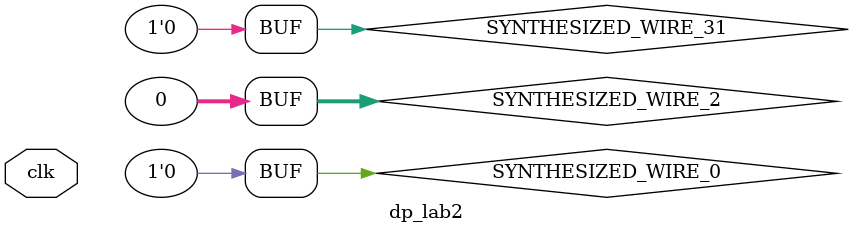
<source format=v>


module dp_lab2(
	clk
);


input wire	clk;

wire	[31:0] inst;
wire	[1:0] RegSrc;
wire	SYNTHESIZED_WIRE_0;
wire	[31:0] SYNTHESIZED_WIRE_1;
wire	[0:31] SYNTHESIZED_WIRE_2;
wire	[31:0] SYNTHESIZED_WIRE_40;
wire	SYNTHESIZED_WIRE_4;
wire	[31:0] SYNTHESIZED_WIRE_41;
wire	[31:0] SYNTHESIZED_WIRE_6;
wire	SYNTHESIZED_WIRE_7;
wire	[31:0] SYNTHESIZED_WIRE_8;
wire	[31:0] SYNTHESIZED_WIRE_9;
wire	[3:0] SYNTHESIZED_WIRE_10;
wire	SYNTHESIZED_WIRE_11;
wire	[31:0] SYNTHESIZED_WIRE_42;
wire	[31:0] SYNTHESIZED_WIRE_15;
wire	SYNTHESIZED_WIRE_16;
wire	[31:0] SYNTHESIZED_WIRE_43;
wire	SYNTHESIZED_WIRE_19;
wire	[31:0] SYNTHESIZED_WIRE_20;
wire	[31:0] SYNTHESIZED_WIRE_44;
wire	SYNTHESIZED_WIRE_22;
wire	SYNTHESIZED_WIRE_23;
wire	SYNTHESIZED_WIRE_24;
wire	SYNTHESIZED_WIRE_25;
wire	[31:0] SYNTHESIZED_WIRE_45;
wire	[31:0] SYNTHESIZED_WIRE_28;
wire	[1:0] SYNTHESIZED_WIRE_29;
wire	SYNTHESIZED_WIRE_30;
wire	SYNTHESIZED_WIRE_31;
wire	[3:0] SYNTHESIZED_WIRE_32;
wire	[3:0] SYNTHESIZED_WIRE_33;
wire	[31:0] SYNTHESIZED_WIRE_34;
wire	[31:0] SYNTHESIZED_WIRE_35;
wire	SYNTHESIZED_WIRE_38;
wire	[3:0] SYNTHESIZED_WIRE_39;

assign	SYNTHESIZED_WIRE_0 = 0;
assign	SYNTHESIZED_WIRE_2 = 0;
assign	SYNTHESIZED_WIRE_31 = 0;




program_counter	b2v_inst1(
	.clk(clk),
	.reset_synchronous(SYNTHESIZED_WIRE_0),
	.inp_reg(SYNTHESIZED_WIRE_1),
	.out_reg(SYNTHESIZED_WIRE_45));
	defparam	b2v_inst1.W = 32;


multiplexer2to1	b2v_inst10(
	.inp_mux0(inst[3:0]),
	.inp_mux1(inst[15:12]),
	.select(RegSrc[1]),
	.out_mux(SYNTHESIZED_WIRE_33));
	defparam	b2v_inst10.W = 4;


constant_value_generator	b2v_inst11(
	.outVal(SYNTHESIZED_WIRE_39));
	defparam	b2v_inst11.value = 15;
	defparam	b2v_inst11.W = 4;


multiplexer2to1	b2v_inst12(
	.inp_mux0(SYNTHESIZED_WIRE_2),
	.inp_mux1(SYNTHESIZED_WIRE_40),
	.select(SYNTHESIZED_WIRE_4),
	.out_mux(SYNTHESIZED_WIRE_8));
	defparam	b2v_inst12.W = 32;



multiplexer2to1	b2v_inst14(
	.inp_mux0(SYNTHESIZED_WIRE_41),
	.inp_mux1(SYNTHESIZED_WIRE_6),
	.select(SYNTHESIZED_WIRE_7),
	.out_mux(SYNTHESIZED_WIRE_9));
	defparam	b2v_inst14.W = 32;


ALU	b2v_inst15(
	
	.inp_src0(SYNTHESIZED_WIRE_8),
	.inp_src1(SYNTHESIZED_WIRE_9),
	.operation_select(SYNTHESIZED_WIRE_10),
	.carry_out_flag(SYNTHESIZED_WIRE_22),
	.overflow_flag(SYNTHESIZED_WIRE_23),
	.negative_flag(SYNTHESIZED_WIRE_24),
	.zero_flag(SYNTHESIZED_WIRE_25),
	.out_alu(SYNTHESIZED_WIRE_42));
	defparam	b2v_inst15.WIDTH = 32;


data_memory	b2v_inst16(
	.clk(clk),
	.write_enable(SYNTHESIZED_WIRE_11),
	.inp_address(SYNTHESIZED_WIRE_42),
	.inp_data(SYNTHESIZED_WIRE_41),
	.out_read_data(SYNTHESIZED_WIRE_15));
	defparam	b2v_inst16.Addr_W = 32;
	defparam	b2v_inst16.byte_W = 4;


multiplexer2to1	b2v_inst17(
	.inp_mux0(SYNTHESIZED_WIRE_42),
	.inp_mux1(SYNTHESIZED_WIRE_15),
	.select(SYNTHESIZED_WIRE_16),
	.out_mux(SYNTHESIZED_WIRE_43));
	defparam	b2v_inst17.W = 32;


multiplexer2to1	b2v_inst19(
	.inp_mux0(SYNTHESIZED_WIRE_43),
	.inp_mux1(SYNTHESIZED_WIRE_40),
	.select(SYNTHESIZED_WIRE_19),
	.out_mux(SYNTHESIZED_WIRE_34));
	defparam	b2v_inst19.W = 32;


adder	b2v_inst2(
	.inp_adder_data_0(SYNTHESIZED_WIRE_20),
	.inp_adder_data_1(SYNTHESIZED_WIRE_44),
	.out_adder(SYNTHESIZED_WIRE_35));
	defparam	b2v_inst2.W = 32;


controller	b2v_inst20(
	.clk(clk),
	.carry_out_flag(SYNTHESIZED_WIRE_22),
	.overflow_flag(SYNTHESIZED_WIRE_23),
	.negative_flag(SYNTHESIZED_WIRE_24),
	.zero_flag(SYNTHESIZED_WIRE_25),
	.Cond(inst[31:28]),
	.Func(inst[25:20]),
	.inst_19_to_4_BX(inst[19:4]),
	.Op(inst[27:26]),
	.Rd(inst[15:12]),
	.PCSrc(SYNTHESIZED_WIRE_38),
	.RegWrite(SYNTHESIZED_WIRE_30),
	.MemWrite(SYNTHESIZED_WIRE_11),
	.MemToReg(SYNTHESIZED_WIRE_16),
	.AluSrc_Branch_Absolute_Mux_Sel(SYNTHESIZED_WIRE_4),
	.Write_Data_PC_Mux_Sel(SYNTHESIZED_WIRE_19),
	.AluSrc(SYNTHESIZED_WIRE_7),
	.AluControl(SYNTHESIZED_WIRE_10),
	.ImmSrc(SYNTHESIZED_WIRE_29),
	.RegSrc(RegSrc));
	defparam	b2v_inst20.W = 32;




instruction_memory	b2v_inst29(
	.inp_address(SYNTHESIZED_WIRE_45),
	.out_instruction_data(inst));
	defparam	b2v_inst29.Addr_W = 32;
	defparam	b2v_inst29.byte_W = 4;


adder	b2v_inst3(
	.inp_adder_data_0(SYNTHESIZED_WIRE_45),
	.inp_adder_data_1(SYNTHESIZED_WIRE_28),
	.out_adder(SYNTHESIZED_WIRE_44));
	defparam	b2v_inst3.W = 32;


constant_value_generator	b2v_inst4(
	.outVal(SYNTHESIZED_WIRE_28));
	defparam	b2v_inst4.value = 4;
	defparam	b2v_inst4.W = 32;


constant_value_generator	b2v_inst5(
	.outVal(SYNTHESIZED_WIRE_20));
	defparam	b2v_inst5.value = 4;
	defparam	b2v_inst5.W = 32;


extend_immediate	b2v_inst6(
	.ImmSrc(SYNTHESIZED_WIRE_29),
	.instruction(inst),
	.out_ext_imm(SYNTHESIZED_WIRE_6));
	defparam	b2v_inst6.W = 32;


register_file	b2v_inst7(
	.clk(clk),
	.write_enable(SYNTHESIZED_WIRE_30),
	.reset_synchronous(SYNTHESIZED_WIRE_31),
	.inp_read_address0(SYNTHESIZED_WIRE_32),
	.inp_read_address1(SYNTHESIZED_WIRE_33),
	.inp_write_address0(inst[15:12]),
	.inp_write_data(SYNTHESIZED_WIRE_34),
	.inp_write_data_R15(SYNTHESIZED_WIRE_35),
	.out_read_data0(SYNTHESIZED_WIRE_40),
	.out_read_data1(SYNTHESIZED_WIRE_41));
	defparam	b2v_inst7.W = 32;


multiplexer2to1	b2v_inst8(
	.inp_mux0(SYNTHESIZED_WIRE_44),
	.inp_mux1(SYNTHESIZED_WIRE_43),
	.select(SYNTHESIZED_WIRE_38),
	.out_mux(SYNTHESIZED_WIRE_1));
	defparam	b2v_inst8.W = 32;


multiplexer2to1	b2v_inst9(
	.inp_mux0(inst[19:16]),
	.inp_mux1(SYNTHESIZED_WIRE_39),
	.select(RegSrc[0]),
	.out_mux(SYNTHESIZED_WIRE_32));
	defparam	b2v_inst9.W = 4;


endmodule

</source>
